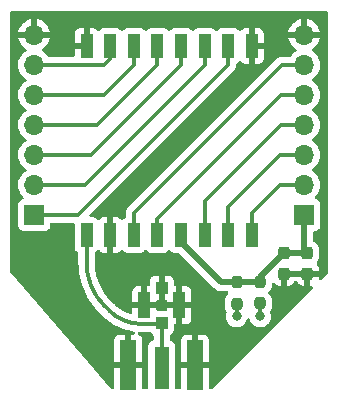
<source format=gtl>
G04 #@! TF.GenerationSoftware,KiCad,Pcbnew,6.0.7+dfsg-1build1*
G04 #@! TF.CreationDate,2022-12-04T12:17:57+01:00*
G04 #@! TF.ProjectId,rfm9xw,72666d39-7877-42e6-9b69-6361645f7063,1*
G04 #@! TF.SameCoordinates,Original*
G04 #@! TF.FileFunction,Copper,L1,Top*
G04 #@! TF.FilePolarity,Positive*
%FSLAX46Y46*%
G04 Gerber Fmt 4.6, Leading zero omitted, Abs format (unit mm)*
G04 Created by KiCad (PCBNEW 6.0.7+dfsg-1build1) date 2022-12-04 12:17:57*
%MOMM*%
%LPD*%
G01*
G04 APERTURE LIST*
G04 Aperture macros list*
%AMRoundRect*
0 Rectangle with rounded corners*
0 $1 Rounding radius*
0 $2 $3 $4 $5 $6 $7 $8 $9 X,Y pos of 4 corners*
0 Add a 4 corners polygon primitive as box body*
4,1,4,$2,$3,$4,$5,$6,$7,$8,$9,$2,$3,0*
0 Add four circle primitives for the rounded corners*
1,1,$1+$1,$2,$3*
1,1,$1+$1,$4,$5*
1,1,$1+$1,$6,$7*
1,1,$1+$1,$8,$9*
0 Add four rect primitives between the rounded corners*
20,1,$1+$1,$2,$3,$4,$5,0*
20,1,$1+$1,$4,$5,$6,$7,0*
20,1,$1+$1,$6,$7,$8,$9,0*
20,1,$1+$1,$8,$9,$2,$3,0*%
G04 Aperture macros list end*
G04 #@! TA.AperFunction,SMDPad,CuDef*
%ADD10RoundRect,0.237500X-0.237500X0.300000X-0.237500X-0.300000X0.237500X-0.300000X0.237500X0.300000X0*%
G04 #@! TD*
G04 #@! TA.AperFunction,SMDPad,CuDef*
%ADD11R,1.270000X3.600000*%
G04 #@! TD*
G04 #@! TA.AperFunction,SMDPad,CuDef*
%ADD12R,1.350000X4.200000*%
G04 #@! TD*
G04 #@! TA.AperFunction,SMDPad,CuDef*
%ADD13R,1.000000X2.000000*%
G04 #@! TD*
G04 #@! TA.AperFunction,SMDPad,CuDef*
%ADD14RoundRect,0.237500X-0.237500X0.250000X-0.237500X-0.250000X0.237500X-0.250000X0.237500X0.250000X0*%
G04 #@! TD*
G04 #@! TA.AperFunction,SMDPad,CuDef*
%ADD15R,1.000000X1.000000*%
G04 #@! TD*
G04 #@! TA.AperFunction,SMDPad,CuDef*
%ADD16R,1.050000X2.200000*%
G04 #@! TD*
G04 #@! TA.AperFunction,ComponentPad*
%ADD17R,1.700000X1.700000*%
G04 #@! TD*
G04 #@! TA.AperFunction,ComponentPad*
%ADD18O,1.700000X1.700000*%
G04 #@! TD*
G04 #@! TA.AperFunction,ViaPad*
%ADD19C,0.800000*%
G04 #@! TD*
G04 #@! TA.AperFunction,Conductor*
%ADD20C,0.300000*%
G04 #@! TD*
G04 #@! TA.AperFunction,Conductor*
%ADD21C,0.500000*%
G04 #@! TD*
G04 #@! TA.AperFunction,Conductor*
%ADD22C,0.360000*%
G04 #@! TD*
G04 APERTURE END LIST*
D10*
X112710000Y-66552500D03*
X112710000Y-68277500D03*
D11*
X100365000Y-76250000D03*
D12*
X97540000Y-76050000D03*
X103190000Y-76050000D03*
D13*
X108000000Y-49000000D03*
X106000000Y-49000000D03*
X104000000Y-49000000D03*
X102000000Y-49000000D03*
X100000000Y-49000000D03*
X98000000Y-49000000D03*
X96000000Y-49000000D03*
X94000000Y-49000000D03*
X94000000Y-65000000D03*
X96000000Y-65000000D03*
X98000000Y-65000000D03*
X100000000Y-65000000D03*
X102000000Y-65000000D03*
X104000000Y-65000000D03*
X106000000Y-65000000D03*
X108000000Y-65000000D03*
D14*
X108710000Y-68985000D03*
X108710000Y-70810000D03*
D10*
X110710000Y-66552500D03*
X110710000Y-68277500D03*
D14*
X106710000Y-69002500D03*
X106710000Y-70827500D03*
D15*
X100365000Y-72470000D03*
D16*
X98890000Y-70970000D03*
D15*
X100365000Y-69470000D03*
D16*
X101840000Y-70970000D03*
D17*
X112430000Y-63315000D03*
D18*
X112430000Y-60775000D03*
X112430000Y-58235000D03*
X112430000Y-55695000D03*
X112430000Y-53155000D03*
X112430000Y-50615000D03*
X112430000Y-48075000D03*
D17*
X89570000Y-63315000D03*
D18*
X89570000Y-60775000D03*
X89570000Y-58235000D03*
X89570000Y-55695000D03*
X89570000Y-53155000D03*
X89570000Y-50615000D03*
X89570000Y-48075000D03*
D19*
X95920000Y-68455000D03*
X88300000Y-65915000D03*
X90840000Y-65915000D03*
X95920000Y-73535000D03*
X97190000Y-69725000D03*
X95210000Y-62915000D03*
X104810000Y-73535000D03*
X106710000Y-71915000D03*
X108710000Y-71915000D03*
D20*
X93310000Y-63315000D02*
X89570000Y-63315000D01*
X106000000Y-50625000D02*
X93310000Y-63315000D01*
X106000000Y-49000000D02*
X106000000Y-50625000D01*
X104000000Y-49000000D02*
X104000000Y-50625000D01*
X93850000Y-60775000D02*
X89570000Y-60775000D01*
X104000000Y-50625000D02*
X93850000Y-60775000D01*
X102000000Y-49000000D02*
X102000000Y-50625000D01*
X102000000Y-50625000D02*
X94390000Y-58235000D01*
X94390000Y-58235000D02*
X89570000Y-58235000D01*
X94930000Y-55695000D02*
X89570000Y-55695000D01*
X106710000Y-70827500D02*
X106710000Y-71915000D01*
X100000000Y-49000000D02*
X100000000Y-50625000D01*
X100000000Y-50625000D02*
X94930000Y-55695000D01*
X108710000Y-70810000D02*
X108710000Y-71915000D01*
X95470000Y-53155000D02*
X89570000Y-53155000D01*
X98000000Y-50625000D02*
X95470000Y-53155000D01*
X98000000Y-49000000D02*
X98000000Y-50625000D01*
X95510000Y-50615000D02*
X89570000Y-50615000D01*
X96000000Y-50125000D02*
X95510000Y-50615000D01*
X96000000Y-49000000D02*
X96000000Y-50125000D01*
X112430000Y-60775000D02*
X110350000Y-60775000D01*
X108000000Y-63125000D02*
X108000000Y-65000000D01*
X110350000Y-60775000D02*
X108000000Y-63125000D01*
X110390000Y-58235000D02*
X106000000Y-62625000D01*
X106000000Y-62625000D02*
X106000000Y-65000000D01*
X112430000Y-58235000D02*
X110390000Y-58235000D01*
X112430000Y-55695000D02*
X110430000Y-55695000D01*
X104000000Y-62125000D02*
X104000000Y-65000000D01*
X110430000Y-55695000D02*
X104000000Y-62125000D01*
D21*
X112430000Y-66272500D02*
X112710000Y-66552500D01*
X110710000Y-66552500D02*
X108710000Y-68552500D01*
X112430000Y-63315000D02*
X112430000Y-66272500D01*
X106710000Y-69002500D02*
X105402500Y-69002500D01*
X102000000Y-65600000D02*
X102000000Y-65000000D01*
X105402500Y-69002500D02*
X102000000Y-65600000D01*
X108710000Y-68985000D02*
X106727500Y-68985000D01*
X110710000Y-66552500D02*
X112710000Y-66552500D01*
X106727500Y-68985000D02*
X106710000Y-69002500D01*
X108710000Y-68552500D02*
X108710000Y-68985000D01*
D20*
X110470000Y-53155000D02*
X100000000Y-63625000D01*
X100000000Y-63625000D02*
X100000000Y-65000000D01*
X112430000Y-53155000D02*
X110470000Y-53155000D01*
X112430000Y-50615000D02*
X110510000Y-50615000D01*
X98000000Y-63125000D02*
X98000000Y-65000000D01*
X110510000Y-50615000D02*
X98000000Y-63125000D01*
D22*
X100365000Y-72526568D02*
X100365000Y-76250000D01*
X94000000Y-67343324D02*
X94000000Y-65000000D01*
X95906254Y-71406254D02*
X95525000Y-71025000D01*
X98667500Y-72550000D02*
X100228431Y-72550000D01*
X100325054Y-72510054D02*
G75*
G02*
X100365000Y-72526568I16546J-16546D01*
G01*
X100228431Y-72550013D02*
G75*
G03*
X100325000Y-72510000I-31J136613D01*
G01*
X98667500Y-72549997D02*
G75*
G02*
X95906254Y-71406254I0J3904997D01*
G01*
X95525007Y-71024993D02*
G75*
G02*
X94000000Y-67343324I3681693J3681693D01*
G01*
G04 #@! TA.AperFunction,Conductor*
G36*
X114403621Y-46098502D02*
G01*
X114450114Y-46152158D01*
X114461500Y-46204500D01*
X114461500Y-68167183D01*
X114441498Y-68235304D01*
X114424595Y-68256278D01*
X113902363Y-68778510D01*
X113840051Y-68812536D01*
X113769236Y-68807471D01*
X113712400Y-68764924D01*
X113687589Y-68698404D01*
X113687924Y-68676572D01*
X113692672Y-68630230D01*
X113693000Y-68623815D01*
X113693000Y-68549615D01*
X113688525Y-68534376D01*
X113687135Y-68533171D01*
X113679452Y-68531500D01*
X112982115Y-68531500D01*
X112966876Y-68535975D01*
X112965671Y-68537365D01*
X112964000Y-68545048D01*
X112964000Y-69304885D01*
X112968475Y-69320124D01*
X112969865Y-69321329D01*
X112977548Y-69323000D01*
X112993766Y-69323000D01*
X113000282Y-69322663D01*
X113046483Y-69317869D01*
X113116304Y-69330734D01*
X113168087Y-69379304D01*
X113185389Y-69448160D01*
X113162719Y-69515440D01*
X113148582Y-69532291D01*
X104636278Y-78044595D01*
X104573966Y-78078621D01*
X104547183Y-78081500D01*
X104499000Y-78081500D01*
X104430879Y-78061498D01*
X104384386Y-78007842D01*
X104373000Y-77955500D01*
X104373000Y-76322115D01*
X104368525Y-76306876D01*
X104367135Y-76305671D01*
X104359452Y-76304000D01*
X102025116Y-76304000D01*
X102009877Y-76308475D01*
X102008672Y-76309865D01*
X102007001Y-76317548D01*
X102007001Y-77955500D01*
X101986999Y-78023621D01*
X101933343Y-78070114D01*
X101881001Y-78081500D01*
X101634500Y-78081500D01*
X101566379Y-78061498D01*
X101519886Y-78007842D01*
X101508500Y-77955500D01*
X101508500Y-75777885D01*
X102007000Y-75777885D01*
X102011475Y-75793124D01*
X102012865Y-75794329D01*
X102020548Y-75796000D01*
X102917885Y-75796000D01*
X102933124Y-75791525D01*
X102934329Y-75790135D01*
X102936000Y-75782452D01*
X102936000Y-75777885D01*
X103444000Y-75777885D01*
X103448475Y-75793124D01*
X103449865Y-75794329D01*
X103457548Y-75796000D01*
X104354884Y-75796000D01*
X104370123Y-75791525D01*
X104371328Y-75790135D01*
X104372999Y-75782452D01*
X104372999Y-73905331D01*
X104372629Y-73898510D01*
X104367105Y-73847648D01*
X104363479Y-73832396D01*
X104318324Y-73711946D01*
X104309786Y-73696351D01*
X104233285Y-73594276D01*
X104220724Y-73581715D01*
X104118649Y-73505214D01*
X104103054Y-73496676D01*
X103982606Y-73451522D01*
X103967351Y-73447895D01*
X103916486Y-73442369D01*
X103909672Y-73442000D01*
X103462115Y-73442000D01*
X103446876Y-73446475D01*
X103445671Y-73447865D01*
X103444000Y-73455548D01*
X103444000Y-75777885D01*
X102936000Y-75777885D01*
X102936000Y-73460116D01*
X102931525Y-73444877D01*
X102930135Y-73443672D01*
X102922452Y-73442001D01*
X102470331Y-73442001D01*
X102463510Y-73442371D01*
X102412648Y-73447895D01*
X102397396Y-73451521D01*
X102276946Y-73496676D01*
X102261351Y-73505214D01*
X102159276Y-73581715D01*
X102146715Y-73594276D01*
X102070214Y-73696351D01*
X102061676Y-73711946D01*
X102016522Y-73832394D01*
X102012895Y-73847649D01*
X102007369Y-73898514D01*
X102007000Y-73905328D01*
X102007000Y-75777885D01*
X101508500Y-75777885D01*
X101508500Y-74401866D01*
X101501745Y-74339684D01*
X101450615Y-74203295D01*
X101363261Y-74086739D01*
X101246705Y-73999385D01*
X101238296Y-73996233D01*
X101238295Y-73996232D01*
X101135271Y-73957610D01*
X101078506Y-73914969D01*
X101053806Y-73848407D01*
X101053500Y-73839628D01*
X101053500Y-73525695D01*
X101073502Y-73457574D01*
X101112301Y-73421410D01*
X101111705Y-73420615D01*
X101125554Y-73410236D01*
X101228261Y-73333261D01*
X101315615Y-73216705D01*
X101366745Y-73080316D01*
X101373500Y-73018134D01*
X101373500Y-72704000D01*
X101393502Y-72635879D01*
X101447158Y-72589386D01*
X101499500Y-72578000D01*
X101567885Y-72578000D01*
X101583124Y-72573525D01*
X101584329Y-72572135D01*
X101586000Y-72564452D01*
X101586000Y-72559884D01*
X102094000Y-72559884D01*
X102098475Y-72575123D01*
X102099865Y-72576328D01*
X102107548Y-72577999D01*
X102409669Y-72577999D01*
X102416490Y-72577629D01*
X102467352Y-72572105D01*
X102482604Y-72568479D01*
X102603054Y-72523324D01*
X102618649Y-72514786D01*
X102720724Y-72438285D01*
X102733285Y-72425724D01*
X102809786Y-72323649D01*
X102818324Y-72308054D01*
X102863478Y-72187606D01*
X102867105Y-72172351D01*
X102872631Y-72121486D01*
X102873000Y-72114672D01*
X102873000Y-71242115D01*
X102868525Y-71226876D01*
X102867135Y-71225671D01*
X102859452Y-71224000D01*
X102112115Y-71224000D01*
X102096876Y-71228475D01*
X102095671Y-71229865D01*
X102094000Y-71237548D01*
X102094000Y-72559884D01*
X101586000Y-72559884D01*
X101586000Y-71242115D01*
X101581525Y-71226876D01*
X101580135Y-71225671D01*
X101572452Y-71224000D01*
X100825115Y-71224000D01*
X100809876Y-71228475D01*
X100808671Y-71229865D01*
X100807000Y-71237548D01*
X100807000Y-71335500D01*
X100786998Y-71403621D01*
X100733342Y-71450114D01*
X100681000Y-71461500D01*
X100048999Y-71461500D01*
X99980878Y-71441498D01*
X99934385Y-71387842D01*
X99922999Y-71335500D01*
X99922999Y-71242116D01*
X99918524Y-71226876D01*
X99917134Y-71225671D01*
X99909451Y-71224000D01*
X97875116Y-71224000D01*
X97859877Y-71228475D01*
X97858672Y-71229865D01*
X97857001Y-71237548D01*
X97857001Y-71588171D01*
X97836999Y-71656292D01*
X97783343Y-71702785D01*
X97713069Y-71712889D01*
X97688555Y-71706806D01*
X97547375Y-71656292D01*
X97442430Y-71618742D01*
X97431006Y-71614010D01*
X97267581Y-71536716D01*
X97156846Y-71484342D01*
X97145945Y-71478515D01*
X97128828Y-71468255D01*
X96962595Y-71368619D01*
X96885819Y-71322601D01*
X96875538Y-71315731D01*
X96631951Y-71135075D01*
X96622393Y-71127231D01*
X96426041Y-70949270D01*
X96410693Y-70932612D01*
X96401781Y-70920997D01*
X96395857Y-70916251D01*
X96395854Y-70916248D01*
X96371493Y-70896732D01*
X96361178Y-70887492D01*
X96171571Y-70697885D01*
X97857000Y-70697885D01*
X97861475Y-70713124D01*
X97862865Y-70714329D01*
X97870548Y-70716000D01*
X98617885Y-70716000D01*
X98633124Y-70711525D01*
X98634329Y-70710135D01*
X98636000Y-70702452D01*
X98636000Y-70697885D01*
X99144000Y-70697885D01*
X99148475Y-70713124D01*
X99149865Y-70714329D01*
X99157548Y-70716000D01*
X99904884Y-70716000D01*
X99920123Y-70711525D01*
X99921328Y-70710135D01*
X99922999Y-70702452D01*
X99922999Y-70604000D01*
X99943001Y-70535879D01*
X99996657Y-70489386D01*
X100048999Y-70478000D01*
X100092885Y-70478000D01*
X100108124Y-70473525D01*
X100109329Y-70472135D01*
X100111000Y-70464452D01*
X100111000Y-70459884D01*
X100619000Y-70459884D01*
X100623475Y-70475123D01*
X100624865Y-70476328D01*
X100632548Y-70477999D01*
X100681000Y-70477999D01*
X100749121Y-70498001D01*
X100795614Y-70551657D01*
X100807000Y-70603999D01*
X100807000Y-70697885D01*
X100811475Y-70713124D01*
X100812865Y-70714329D01*
X100820548Y-70716000D01*
X101567885Y-70716000D01*
X101583124Y-70711525D01*
X101584329Y-70710135D01*
X101586000Y-70702452D01*
X101586000Y-70697885D01*
X102094000Y-70697885D01*
X102098475Y-70713124D01*
X102099865Y-70714329D01*
X102107548Y-70716000D01*
X102854884Y-70716000D01*
X102870123Y-70711525D01*
X102871328Y-70710135D01*
X102872999Y-70702452D01*
X102872999Y-69825331D01*
X102872629Y-69818510D01*
X102867105Y-69767648D01*
X102863479Y-69752396D01*
X102818324Y-69631946D01*
X102809786Y-69616351D01*
X102733285Y-69514276D01*
X102720724Y-69501715D01*
X102618649Y-69425214D01*
X102603054Y-69416676D01*
X102482606Y-69371522D01*
X102467351Y-69367895D01*
X102416486Y-69362369D01*
X102409672Y-69362000D01*
X102112115Y-69362000D01*
X102096876Y-69366475D01*
X102095671Y-69367865D01*
X102094000Y-69375548D01*
X102094000Y-70697885D01*
X101586000Y-70697885D01*
X101586000Y-69380116D01*
X101581525Y-69364877D01*
X101580135Y-69363672D01*
X101572452Y-69362001D01*
X101498999Y-69362001D01*
X101430878Y-69341999D01*
X101384385Y-69288343D01*
X101372999Y-69236001D01*
X101372999Y-68925331D01*
X101372629Y-68918510D01*
X101367105Y-68867648D01*
X101363479Y-68852396D01*
X101318324Y-68731946D01*
X101309786Y-68716351D01*
X101233285Y-68614276D01*
X101220724Y-68601715D01*
X101118649Y-68525214D01*
X101103054Y-68516676D01*
X100982606Y-68471522D01*
X100967351Y-68467895D01*
X100916486Y-68462369D01*
X100909672Y-68462000D01*
X100637115Y-68462000D01*
X100621876Y-68466475D01*
X100620671Y-68467865D01*
X100619000Y-68475548D01*
X100619000Y-70459884D01*
X100111000Y-70459884D01*
X100111000Y-68480116D01*
X100106525Y-68464877D01*
X100105135Y-68463672D01*
X100097452Y-68462001D01*
X99820331Y-68462001D01*
X99813510Y-68462371D01*
X99762648Y-68467895D01*
X99747396Y-68471521D01*
X99626946Y-68516676D01*
X99611351Y-68525214D01*
X99509276Y-68601715D01*
X99496715Y-68614276D01*
X99420214Y-68716351D01*
X99411676Y-68731946D01*
X99366522Y-68852394D01*
X99362895Y-68867649D01*
X99357369Y-68918514D01*
X99357000Y-68925328D01*
X99357000Y-69236000D01*
X99336998Y-69304121D01*
X99283342Y-69350614D01*
X99231000Y-69362000D01*
X99162115Y-69362000D01*
X99146876Y-69366475D01*
X99145671Y-69367865D01*
X99144000Y-69375548D01*
X99144000Y-70697885D01*
X98636000Y-70697885D01*
X98636000Y-69380116D01*
X98631525Y-69364877D01*
X98630135Y-69363672D01*
X98622452Y-69362001D01*
X98320331Y-69362001D01*
X98313510Y-69362371D01*
X98262648Y-69367895D01*
X98247396Y-69371521D01*
X98126946Y-69416676D01*
X98111351Y-69425214D01*
X98009276Y-69501715D01*
X97996715Y-69514276D01*
X97920214Y-69616351D01*
X97911676Y-69631946D01*
X97866522Y-69752394D01*
X97862895Y-69767649D01*
X97857369Y-69818514D01*
X97857000Y-69825328D01*
X97857000Y-70697885D01*
X96171571Y-70697885D01*
X96049781Y-70576095D01*
X96038913Y-70563704D01*
X96025150Y-70545767D01*
X96025148Y-70545765D01*
X96020528Y-70539744D01*
X96009101Y-70530589D01*
X96000946Y-70524055D01*
X95986831Y-70510847D01*
X95956732Y-70478000D01*
X95749268Y-70251592D01*
X95742214Y-70243186D01*
X95716866Y-70210151D01*
X95545204Y-69986437D01*
X95508955Y-69939196D01*
X95502651Y-69930192D01*
X95296781Y-69607043D01*
X95291291Y-69597534D01*
X95114358Y-69257650D01*
X95109721Y-69247706D01*
X95104873Y-69236000D01*
X94963085Y-68893696D01*
X94959329Y-68883375D01*
X94957141Y-68876433D01*
X94872010Y-68606435D01*
X94844113Y-68517958D01*
X94841268Y-68507341D01*
X94766272Y-68169066D01*
X94758334Y-68133262D01*
X94756426Y-68122441D01*
X94751833Y-68087550D01*
X94706413Y-67742559D01*
X94705455Y-67731610D01*
X94690469Y-67388418D01*
X94691427Y-67366474D01*
X94692528Y-67358115D01*
X94692528Y-67358111D01*
X94693519Y-67350584D01*
X94689261Y-67312018D01*
X94688500Y-67298191D01*
X94688500Y-66555695D01*
X94708502Y-66487574D01*
X94747301Y-66451410D01*
X94746705Y-66450615D01*
X94856081Y-66368642D01*
X94863261Y-66363261D01*
X94899487Y-66314925D01*
X94956345Y-66272411D01*
X95027164Y-66267385D01*
X95089457Y-66301445D01*
X95101138Y-66314925D01*
X95131717Y-66355726D01*
X95144276Y-66368285D01*
X95246351Y-66444786D01*
X95261946Y-66453324D01*
X95382394Y-66498478D01*
X95397649Y-66502105D01*
X95448514Y-66507631D01*
X95455328Y-66508000D01*
X95727885Y-66508000D01*
X95743124Y-66503525D01*
X95744329Y-66502135D01*
X95746000Y-66494452D01*
X95746000Y-66489884D01*
X96254000Y-66489884D01*
X96258475Y-66505123D01*
X96259865Y-66506328D01*
X96267548Y-66507999D01*
X96544669Y-66507999D01*
X96551490Y-66507629D01*
X96602352Y-66502105D01*
X96617604Y-66498479D01*
X96738054Y-66453324D01*
X96753649Y-66444786D01*
X96855724Y-66368285D01*
X96868283Y-66355726D01*
X96898862Y-66314925D01*
X96955722Y-66272411D01*
X97026540Y-66267386D01*
X97088834Y-66301446D01*
X97100513Y-66314925D01*
X97136739Y-66363261D01*
X97253295Y-66450615D01*
X97389684Y-66501745D01*
X97451866Y-66508500D01*
X98548134Y-66508500D01*
X98610316Y-66501745D01*
X98746705Y-66450615D01*
X98863261Y-66363261D01*
X98899176Y-66315340D01*
X98956033Y-66272827D01*
X99026851Y-66267801D01*
X99089145Y-66301861D01*
X99100817Y-66315330D01*
X99136739Y-66363261D01*
X99253295Y-66450615D01*
X99389684Y-66501745D01*
X99451866Y-66508500D01*
X100548134Y-66508500D01*
X100610316Y-66501745D01*
X100746705Y-66450615D01*
X100863261Y-66363261D01*
X100899176Y-66315340D01*
X100956033Y-66272827D01*
X101026851Y-66267801D01*
X101089145Y-66301861D01*
X101100817Y-66315330D01*
X101136739Y-66363261D01*
X101253295Y-66450615D01*
X101389684Y-66501745D01*
X101451866Y-66508500D01*
X101783629Y-66508500D01*
X101851750Y-66528502D01*
X101872724Y-66545405D01*
X104818730Y-69491411D01*
X104831116Y-69505823D01*
X104839649Y-69517418D01*
X104839654Y-69517423D01*
X104843992Y-69523318D01*
X104849570Y-69528057D01*
X104849573Y-69528060D01*
X104884268Y-69557535D01*
X104891784Y-69564465D01*
X104897480Y-69570161D01*
X104900341Y-69572424D01*
X104900346Y-69572429D01*
X104919756Y-69587785D01*
X104923158Y-69590574D01*
X104971856Y-69631946D01*
X104978785Y-69637833D01*
X104985302Y-69641161D01*
X104990350Y-69644527D01*
X104995472Y-69647690D01*
X105001216Y-69652235D01*
X105067395Y-69683164D01*
X105071279Y-69685063D01*
X105136308Y-69718269D01*
X105143423Y-69720010D01*
X105149078Y-69722113D01*
X105154817Y-69724022D01*
X105161450Y-69727122D01*
X105232935Y-69741991D01*
X105237201Y-69742957D01*
X105308110Y-69760308D01*
X105313712Y-69760656D01*
X105313715Y-69760656D01*
X105319264Y-69761000D01*
X105319262Y-69761035D01*
X105323234Y-69761275D01*
X105327455Y-69761652D01*
X105334615Y-69763141D01*
X105412042Y-69761046D01*
X105415450Y-69761000D01*
X105873800Y-69761000D01*
X105941921Y-69781002D01*
X105962819Y-69797828D01*
X105990787Y-69825748D01*
X106024865Y-69888031D01*
X106019861Y-69958851D01*
X105990941Y-70003937D01*
X105888246Y-70106812D01*
X105888242Y-70106817D01*
X105883071Y-70111997D01*
X105879231Y-70118227D01*
X105879230Y-70118228D01*
X105799518Y-70247545D01*
X105791791Y-70260080D01*
X105737026Y-70425191D01*
X105736326Y-70432027D01*
X105736325Y-70432030D01*
X105731615Y-70478000D01*
X105726500Y-70527928D01*
X105726500Y-71127072D01*
X105726837Y-71130318D01*
X105726837Y-71130322D01*
X105734890Y-71207932D01*
X105737293Y-71231093D01*
X105739474Y-71237629D01*
X105739474Y-71237631D01*
X105759908Y-71298879D01*
X105792346Y-71396107D01*
X105796195Y-71402328D01*
X105796197Y-71402331D01*
X105847502Y-71485240D01*
X105866339Y-71553692D01*
X105860190Y-71590478D01*
X105851684Y-71616657D01*
X105816458Y-71725072D01*
X105815768Y-71731633D01*
X105815768Y-71731635D01*
X105802439Y-71858459D01*
X105796496Y-71915000D01*
X105797186Y-71921565D01*
X105812993Y-72071956D01*
X105816458Y-72104928D01*
X105875473Y-72286556D01*
X105970960Y-72451944D01*
X105975378Y-72456851D01*
X105975379Y-72456852D01*
X106075888Y-72568479D01*
X106098747Y-72593866D01*
X106253248Y-72706118D01*
X106259276Y-72708802D01*
X106259278Y-72708803D01*
X106421681Y-72781109D01*
X106427712Y-72783794D01*
X106521113Y-72803647D01*
X106608056Y-72822128D01*
X106608061Y-72822128D01*
X106614513Y-72823500D01*
X106805487Y-72823500D01*
X106811939Y-72822128D01*
X106811944Y-72822128D01*
X106898887Y-72803647D01*
X106992288Y-72783794D01*
X106998319Y-72781109D01*
X107160722Y-72708803D01*
X107160724Y-72708802D01*
X107166752Y-72706118D01*
X107321253Y-72593866D01*
X107344112Y-72568479D01*
X107444621Y-72456852D01*
X107444622Y-72456851D01*
X107449040Y-72451944D01*
X107544527Y-72286556D01*
X107590167Y-72146090D01*
X107630241Y-72087486D01*
X107695637Y-72059849D01*
X107765594Y-72071956D01*
X107817900Y-72119962D01*
X107829832Y-72146089D01*
X107875473Y-72286556D01*
X107970960Y-72451944D01*
X107975378Y-72456851D01*
X107975379Y-72456852D01*
X108075888Y-72568479D01*
X108098747Y-72593866D01*
X108253248Y-72706118D01*
X108259276Y-72708802D01*
X108259278Y-72708803D01*
X108421681Y-72781109D01*
X108427712Y-72783794D01*
X108521113Y-72803647D01*
X108608056Y-72822128D01*
X108608061Y-72822128D01*
X108614513Y-72823500D01*
X108805487Y-72823500D01*
X108811939Y-72822128D01*
X108811944Y-72822128D01*
X108898887Y-72803647D01*
X108992288Y-72783794D01*
X108998319Y-72781109D01*
X109160722Y-72708803D01*
X109160724Y-72708802D01*
X109166752Y-72706118D01*
X109321253Y-72593866D01*
X109344112Y-72568479D01*
X109444621Y-72456852D01*
X109444622Y-72456851D01*
X109449040Y-72451944D01*
X109544527Y-72286556D01*
X109603542Y-72104928D01*
X109607008Y-72071956D01*
X109622814Y-71921565D01*
X109623504Y-71915000D01*
X109617561Y-71858459D01*
X109604232Y-71731635D01*
X109604232Y-71731633D01*
X109603542Y-71725072D01*
X109556099Y-71579059D01*
X109554071Y-71508092D01*
X109568672Y-71474007D01*
X109624369Y-71383650D01*
X109624370Y-71383648D01*
X109628209Y-71377420D01*
X109682974Y-71212309D01*
X109683769Y-71204555D01*
X109691707Y-71127072D01*
X109693500Y-71109572D01*
X109693500Y-70510428D01*
X109691317Y-70489386D01*
X109683419Y-70413265D01*
X109683418Y-70413261D01*
X109682707Y-70406407D01*
X109627654Y-70241393D01*
X109536116Y-70093469D01*
X109530934Y-70088296D01*
X109429214Y-69986753D01*
X109395135Y-69924470D01*
X109400138Y-69853650D01*
X109429059Y-69808563D01*
X109531754Y-69705688D01*
X109531758Y-69705683D01*
X109536929Y-69700503D01*
X109547624Y-69683153D01*
X109624369Y-69558650D01*
X109624370Y-69558648D01*
X109628209Y-69552420D01*
X109682974Y-69387309D01*
X109684592Y-69371522D01*
X109690021Y-69318525D01*
X109693500Y-69284572D01*
X109693500Y-69157088D01*
X109713502Y-69088967D01*
X109767158Y-69042474D01*
X109837432Y-69032370D01*
X109902012Y-69061864D01*
X109908518Y-69067915D01*
X110002129Y-69161363D01*
X110013540Y-69170375D01*
X110149063Y-69253912D01*
X110162241Y-69260056D01*
X110313766Y-69310315D01*
X110327132Y-69313181D01*
X110419770Y-69322672D01*
X110426185Y-69323000D01*
X110437885Y-69323000D01*
X110453124Y-69318525D01*
X110454329Y-69317135D01*
X110456000Y-69309452D01*
X110456000Y-69304885D01*
X110964000Y-69304885D01*
X110968475Y-69320124D01*
X110969865Y-69321329D01*
X110977548Y-69323000D01*
X110993766Y-69323000D01*
X111000282Y-69322663D01*
X111094132Y-69312925D01*
X111107528Y-69310032D01*
X111258953Y-69259512D01*
X111272115Y-69253347D01*
X111407492Y-69169574D01*
X111418890Y-69160540D01*
X111531363Y-69047871D01*
X111540377Y-69036457D01*
X111602699Y-68935351D01*
X111655470Y-68887857D01*
X111725542Y-68876433D01*
X111790666Y-68904707D01*
X111817103Y-68935163D01*
X111880425Y-69037490D01*
X111889460Y-69048890D01*
X112002129Y-69161363D01*
X112013540Y-69170375D01*
X112149063Y-69253912D01*
X112162241Y-69260056D01*
X112313766Y-69310315D01*
X112327132Y-69313181D01*
X112419770Y-69322672D01*
X112426185Y-69323000D01*
X112437885Y-69323000D01*
X112453124Y-69318525D01*
X112454329Y-69317135D01*
X112456000Y-69309452D01*
X112456000Y-68549615D01*
X112451525Y-68534376D01*
X112450135Y-68533171D01*
X112442452Y-68531500D01*
X111727000Y-68531500D01*
X111727000Y-68531395D01*
X111685746Y-68532869D01*
X111679453Y-68531500D01*
X110982115Y-68531500D01*
X110966876Y-68535975D01*
X110965671Y-68537365D01*
X110964000Y-68545048D01*
X110964000Y-69304885D01*
X110456000Y-69304885D01*
X110456000Y-68149500D01*
X110476002Y-68081379D01*
X110529658Y-68034886D01*
X110582000Y-68023500D01*
X111693000Y-68023500D01*
X111693000Y-68023605D01*
X111734254Y-68022131D01*
X111740547Y-68023500D01*
X113674885Y-68023500D01*
X113690124Y-68019025D01*
X113691329Y-68017635D01*
X113693000Y-68009952D01*
X113693000Y-67931234D01*
X113692663Y-67924718D01*
X113682925Y-67830868D01*
X113680032Y-67817472D01*
X113629512Y-67666047D01*
X113623347Y-67652885D01*
X113539574Y-67517508D01*
X113530536Y-67506106D01*
X113528861Y-67504433D01*
X113528081Y-67503007D01*
X113525993Y-67500373D01*
X113526444Y-67500016D01*
X113494781Y-67442151D01*
X113499784Y-67371331D01*
X113528701Y-67326246D01*
X113531756Y-67323185D01*
X113536929Y-67318003D01*
X113628209Y-67169920D01*
X113682974Y-67004809D01*
X113693500Y-66902072D01*
X113693500Y-66202928D01*
X113693163Y-66199678D01*
X113683419Y-66105765D01*
X113683418Y-66105761D01*
X113682707Y-66098907D01*
X113627654Y-65933893D01*
X113536116Y-65785969D01*
X113492089Y-65742019D01*
X113418184Y-65668242D01*
X113418179Y-65668238D01*
X113413003Y-65663071D01*
X113264920Y-65571791D01*
X113260446Y-65570307D01*
X113207965Y-65524097D01*
X113188500Y-65456820D01*
X113188500Y-64799500D01*
X113208502Y-64731379D01*
X113262158Y-64684886D01*
X113314500Y-64673500D01*
X113328134Y-64673500D01*
X113390316Y-64666745D01*
X113526705Y-64615615D01*
X113643261Y-64528261D01*
X113730615Y-64411705D01*
X113781745Y-64275316D01*
X113788500Y-64213134D01*
X113788500Y-62416866D01*
X113781745Y-62354684D01*
X113730615Y-62218295D01*
X113643261Y-62101739D01*
X113526705Y-62014385D01*
X113480520Y-61997071D01*
X113408203Y-61969960D01*
X113351439Y-61927318D01*
X113326739Y-61860756D01*
X113341947Y-61791408D01*
X113363493Y-61762727D01*
X113384474Y-61741819D01*
X113468096Y-61658489D01*
X113527594Y-61575689D01*
X113595435Y-61481277D01*
X113598453Y-61477077D01*
X113601751Y-61470405D01*
X113695136Y-61281453D01*
X113695137Y-61281451D01*
X113697430Y-61276811D01*
X113762370Y-61063069D01*
X113791529Y-60841590D01*
X113793156Y-60775000D01*
X113774852Y-60552361D01*
X113720431Y-60335702D01*
X113631354Y-60130840D01*
X113510014Y-59943277D01*
X113359670Y-59778051D01*
X113355619Y-59774852D01*
X113355615Y-59774848D01*
X113188414Y-59642800D01*
X113188410Y-59642798D01*
X113184359Y-59639598D01*
X113143053Y-59616796D01*
X113093084Y-59566364D01*
X113078312Y-59496921D01*
X113103428Y-59430516D01*
X113130780Y-59403909D01*
X113174603Y-59372650D01*
X113309860Y-59276173D01*
X113468096Y-59118489D01*
X113527594Y-59035689D01*
X113595435Y-58941277D01*
X113598453Y-58937077D01*
X113601751Y-58930405D01*
X113695136Y-58741453D01*
X113695137Y-58741451D01*
X113697430Y-58736811D01*
X113762370Y-58523069D01*
X113791529Y-58301590D01*
X113793156Y-58235000D01*
X113774852Y-58012361D01*
X113720431Y-57795702D01*
X113631354Y-57590840D01*
X113510014Y-57403277D01*
X113359670Y-57238051D01*
X113355619Y-57234852D01*
X113355615Y-57234848D01*
X113188414Y-57102800D01*
X113188410Y-57102798D01*
X113184359Y-57099598D01*
X113143053Y-57076796D01*
X113093084Y-57026364D01*
X113078312Y-56956921D01*
X113103428Y-56890516D01*
X113130780Y-56863909D01*
X113174603Y-56832650D01*
X113309860Y-56736173D01*
X113468096Y-56578489D01*
X113527594Y-56495689D01*
X113595435Y-56401277D01*
X113598453Y-56397077D01*
X113601751Y-56390405D01*
X113695136Y-56201453D01*
X113695137Y-56201451D01*
X113697430Y-56196811D01*
X113762370Y-55983069D01*
X113791529Y-55761590D01*
X113793156Y-55695000D01*
X113774852Y-55472361D01*
X113720431Y-55255702D01*
X113631354Y-55050840D01*
X113510014Y-54863277D01*
X113359670Y-54698051D01*
X113355619Y-54694852D01*
X113355615Y-54694848D01*
X113188414Y-54562800D01*
X113188410Y-54562798D01*
X113184359Y-54559598D01*
X113143053Y-54536796D01*
X113093084Y-54486364D01*
X113078312Y-54416921D01*
X113103428Y-54350516D01*
X113130780Y-54323909D01*
X113174603Y-54292650D01*
X113309860Y-54196173D01*
X113468096Y-54038489D01*
X113527594Y-53955689D01*
X113595435Y-53861277D01*
X113598453Y-53857077D01*
X113601751Y-53850405D01*
X113695136Y-53661453D01*
X113695137Y-53661451D01*
X113697430Y-53656811D01*
X113762370Y-53443069D01*
X113791529Y-53221590D01*
X113793156Y-53155000D01*
X113774852Y-52932361D01*
X113720431Y-52715702D01*
X113631354Y-52510840D01*
X113510014Y-52323277D01*
X113359670Y-52158051D01*
X113355619Y-52154852D01*
X113355615Y-52154848D01*
X113188414Y-52022800D01*
X113188410Y-52022798D01*
X113184359Y-52019598D01*
X113143053Y-51996796D01*
X113093084Y-51946364D01*
X113078312Y-51876921D01*
X113103428Y-51810516D01*
X113130780Y-51783909D01*
X113174603Y-51752650D01*
X113309860Y-51656173D01*
X113468096Y-51498489D01*
X113527594Y-51415689D01*
X113595435Y-51321277D01*
X113598453Y-51317077D01*
X113601751Y-51310405D01*
X113695136Y-51121453D01*
X113695137Y-51121451D01*
X113697430Y-51116811D01*
X113739052Y-50979818D01*
X113760865Y-50908023D01*
X113760865Y-50908021D01*
X113762370Y-50903069D01*
X113791529Y-50681590D01*
X113791611Y-50678240D01*
X113793074Y-50618365D01*
X113793074Y-50618361D01*
X113793156Y-50615000D01*
X113774852Y-50392361D01*
X113720431Y-50175702D01*
X113631354Y-49970840D01*
X113510014Y-49783277D01*
X113359670Y-49618051D01*
X113355619Y-49614852D01*
X113355615Y-49614848D01*
X113188414Y-49482800D01*
X113188410Y-49482798D01*
X113184359Y-49479598D01*
X113142569Y-49456529D01*
X113092598Y-49406097D01*
X113077826Y-49336654D01*
X113102942Y-49270248D01*
X113130294Y-49243641D01*
X113305328Y-49118792D01*
X113313200Y-49112139D01*
X113464052Y-48961812D01*
X113470730Y-48953965D01*
X113595003Y-48781020D01*
X113600313Y-48772183D01*
X113694670Y-48581267D01*
X113698469Y-48571672D01*
X113760377Y-48367910D01*
X113762555Y-48357837D01*
X113763986Y-48346962D01*
X113761775Y-48332778D01*
X113748617Y-48329000D01*
X111113225Y-48329000D01*
X111099694Y-48332973D01*
X111098257Y-48342966D01*
X111128565Y-48477446D01*
X111131645Y-48487275D01*
X111211770Y-48684603D01*
X111216413Y-48693794D01*
X111327694Y-48875388D01*
X111333777Y-48883699D01*
X111473213Y-49044667D01*
X111480580Y-49051883D01*
X111644434Y-49187916D01*
X111652881Y-49193831D01*
X111721969Y-49234203D01*
X111770693Y-49285842D01*
X111783764Y-49355625D01*
X111757033Y-49421396D01*
X111716584Y-49454752D01*
X111703607Y-49461507D01*
X111699474Y-49464610D01*
X111699471Y-49464612D01*
X111675247Y-49482800D01*
X111524965Y-49595635D01*
X111370629Y-49757138D01*
X111367715Y-49761410D01*
X111367714Y-49761411D01*
X111272149Y-49901504D01*
X111217238Y-49946507D01*
X111168061Y-49956500D01*
X110592059Y-49956500D01*
X110580203Y-49955941D01*
X110572463Y-49954211D01*
X110564537Y-49954460D01*
X110564536Y-49954460D01*
X110501611Y-49956438D01*
X110497653Y-49956500D01*
X110468568Y-49956500D01*
X110464637Y-49956997D01*
X110464630Y-49956997D01*
X110464179Y-49957054D01*
X110452343Y-49957986D01*
X110406169Y-49959438D01*
X110385579Y-49965420D01*
X110366218Y-49969430D01*
X110359230Y-49970312D01*
X110352796Y-49971125D01*
X110352795Y-49971125D01*
X110344936Y-49972118D01*
X110337571Y-49975034D01*
X110337567Y-49975035D01*
X110301979Y-49989126D01*
X110290769Y-49992965D01*
X110246400Y-50005855D01*
X110227935Y-50016775D01*
X110210195Y-50025466D01*
X110190244Y-50033365D01*
X110152874Y-50060516D01*
X110142952Y-50067033D01*
X110110023Y-50086507D01*
X110110019Y-50086510D01*
X110103193Y-50090547D01*
X110088029Y-50105711D01*
X110072996Y-50118551D01*
X110055643Y-50131159D01*
X110048652Y-50139610D01*
X110026198Y-50166752D01*
X110018208Y-50175532D01*
X97592395Y-62601345D01*
X97583615Y-62609335D01*
X97583613Y-62609337D01*
X97576920Y-62613584D01*
X97571494Y-62619362D01*
X97571493Y-62619363D01*
X97528396Y-62665257D01*
X97525641Y-62668099D01*
X97505073Y-62688667D01*
X97502356Y-62692170D01*
X97494648Y-62701195D01*
X97463028Y-62734867D01*
X97459207Y-62741818D01*
X97459206Y-62741819D01*
X97452697Y-62753658D01*
X97441843Y-62770182D01*
X97434018Y-62780271D01*
X97428696Y-62787132D01*
X97425549Y-62794404D01*
X97425548Y-62794406D01*
X97410346Y-62829535D01*
X97405124Y-62840195D01*
X97382876Y-62880663D01*
X97377541Y-62901441D01*
X97371142Y-62920131D01*
X97362620Y-62939824D01*
X97361380Y-62947655D01*
X97355394Y-62985448D01*
X97352987Y-62997071D01*
X97341500Y-63041812D01*
X97341500Y-63063259D01*
X97339949Y-63082969D01*
X97336594Y-63104152D01*
X97337340Y-63112043D01*
X97340941Y-63150138D01*
X97341500Y-63161996D01*
X97341500Y-63428991D01*
X97321498Y-63497112D01*
X97267842Y-63543605D01*
X97262306Y-63545903D01*
X97261704Y-63546232D01*
X97253295Y-63549385D01*
X97136739Y-63636739D01*
X97131358Y-63643919D01*
X97100514Y-63685074D01*
X97043655Y-63727589D01*
X96972836Y-63732615D01*
X96910543Y-63698555D01*
X96898862Y-63685075D01*
X96868283Y-63644274D01*
X96855724Y-63631715D01*
X96753649Y-63555214D01*
X96738054Y-63546676D01*
X96617606Y-63501522D01*
X96602351Y-63497895D01*
X96551486Y-63492369D01*
X96544672Y-63492000D01*
X96272115Y-63492000D01*
X96256876Y-63496475D01*
X96255671Y-63497865D01*
X96254000Y-63505548D01*
X96254000Y-66489884D01*
X95746000Y-66489884D01*
X95746000Y-63510116D01*
X95741525Y-63494877D01*
X95740135Y-63493672D01*
X95732452Y-63492001D01*
X95455331Y-63492001D01*
X95448510Y-63492371D01*
X95397648Y-63497895D01*
X95382396Y-63501521D01*
X95261946Y-63546676D01*
X95246351Y-63555214D01*
X95144276Y-63631715D01*
X95131717Y-63644274D01*
X95101138Y-63685075D01*
X95044278Y-63727589D01*
X94973460Y-63732614D01*
X94911166Y-63698554D01*
X94899486Y-63685074D01*
X94868642Y-63643919D01*
X94863261Y-63636739D01*
X94746705Y-63549385D01*
X94610316Y-63498255D01*
X94548134Y-63491500D01*
X94368950Y-63491500D01*
X94300829Y-63471498D01*
X94254336Y-63417842D01*
X94244232Y-63347568D01*
X94273726Y-63282988D01*
X94279855Y-63276405D01*
X106407605Y-51148655D01*
X106416385Y-51140665D01*
X106416387Y-51140663D01*
X106423080Y-51136416D01*
X106446527Y-51111448D01*
X106471604Y-51084743D01*
X106474359Y-51081901D01*
X106494927Y-51061333D01*
X106497647Y-51057826D01*
X106505353Y-51048804D01*
X106531544Y-51020913D01*
X106536972Y-51015133D01*
X106540794Y-51008181D01*
X106547303Y-50996342D01*
X106558157Y-50979818D01*
X106566445Y-50969132D01*
X106571304Y-50962868D01*
X106574452Y-50955594D01*
X106589654Y-50920465D01*
X106594876Y-50909805D01*
X106613305Y-50876284D01*
X106613306Y-50876282D01*
X106617124Y-50869337D01*
X106622459Y-50848559D01*
X106628858Y-50829869D01*
X106637380Y-50810176D01*
X106644606Y-50764552D01*
X106647013Y-50752929D01*
X106656528Y-50715868D01*
X106658500Y-50708188D01*
X106658500Y-50686741D01*
X106660051Y-50667031D01*
X106662166Y-50653677D01*
X106663406Y-50645848D01*
X106659059Y-50599859D01*
X106658500Y-50588004D01*
X106658500Y-50571009D01*
X106678502Y-50502888D01*
X106732158Y-50456395D01*
X106737694Y-50454097D01*
X106738297Y-50453767D01*
X106746705Y-50450615D01*
X106863261Y-50363261D01*
X106899487Y-50314925D01*
X106956345Y-50272411D01*
X107027164Y-50267385D01*
X107089457Y-50301445D01*
X107101138Y-50314925D01*
X107131717Y-50355726D01*
X107144276Y-50368285D01*
X107246351Y-50444786D01*
X107261946Y-50453324D01*
X107382394Y-50498478D01*
X107397649Y-50502105D01*
X107448514Y-50507631D01*
X107455328Y-50508000D01*
X107727885Y-50508000D01*
X107743124Y-50503525D01*
X107744329Y-50502135D01*
X107746000Y-50494452D01*
X107746000Y-50489884D01*
X108254000Y-50489884D01*
X108258475Y-50505123D01*
X108259865Y-50506328D01*
X108267548Y-50507999D01*
X108544669Y-50507999D01*
X108551490Y-50507629D01*
X108602352Y-50502105D01*
X108617604Y-50498479D01*
X108738054Y-50453324D01*
X108753649Y-50444786D01*
X108855724Y-50368285D01*
X108868285Y-50355724D01*
X108944786Y-50253649D01*
X108953324Y-50238054D01*
X108998478Y-50117606D01*
X109002105Y-50102351D01*
X109007631Y-50051486D01*
X109008000Y-50044672D01*
X109008000Y-49272115D01*
X109003525Y-49256876D01*
X109002135Y-49255671D01*
X108994452Y-49254000D01*
X108272115Y-49254000D01*
X108256876Y-49258475D01*
X108255671Y-49259865D01*
X108254000Y-49267548D01*
X108254000Y-50489884D01*
X107746000Y-50489884D01*
X107746000Y-48727885D01*
X108254000Y-48727885D01*
X108258475Y-48743124D01*
X108259865Y-48744329D01*
X108267548Y-48746000D01*
X108989884Y-48746000D01*
X109005123Y-48741525D01*
X109006328Y-48740135D01*
X109007999Y-48732452D01*
X109007999Y-47955331D01*
X109007629Y-47948510D01*
X109002105Y-47897648D01*
X108998479Y-47882396D01*
X108971032Y-47809183D01*
X111094389Y-47809183D01*
X111095912Y-47817607D01*
X111108292Y-47821000D01*
X112157885Y-47821000D01*
X112173124Y-47816525D01*
X112174329Y-47815135D01*
X112176000Y-47807452D01*
X112176000Y-47802885D01*
X112684000Y-47802885D01*
X112688475Y-47818124D01*
X112689865Y-47819329D01*
X112697548Y-47821000D01*
X113748344Y-47821000D01*
X113761875Y-47817027D01*
X113763180Y-47807947D01*
X113721214Y-47640875D01*
X113717894Y-47631124D01*
X113632972Y-47435814D01*
X113628105Y-47426739D01*
X113512426Y-47247926D01*
X113506136Y-47239757D01*
X113362806Y-47082240D01*
X113355273Y-47075215D01*
X113188139Y-46943222D01*
X113179552Y-46937517D01*
X112993117Y-46834599D01*
X112983705Y-46830369D01*
X112782959Y-46759280D01*
X112772988Y-46756646D01*
X112701837Y-46743972D01*
X112688540Y-46745432D01*
X112684000Y-46759989D01*
X112684000Y-47802885D01*
X112176000Y-47802885D01*
X112176000Y-46758102D01*
X112172082Y-46744758D01*
X112157806Y-46742771D01*
X112119324Y-46748660D01*
X112109288Y-46751051D01*
X111906868Y-46817212D01*
X111897359Y-46821209D01*
X111708463Y-46919542D01*
X111699738Y-46925036D01*
X111529433Y-47052905D01*
X111521726Y-47059748D01*
X111374590Y-47213717D01*
X111368104Y-47221727D01*
X111248098Y-47397649D01*
X111243000Y-47406623D01*
X111153338Y-47599783D01*
X111149775Y-47609470D01*
X111094389Y-47809183D01*
X108971032Y-47809183D01*
X108953324Y-47761946D01*
X108944786Y-47746351D01*
X108868285Y-47644276D01*
X108855724Y-47631715D01*
X108753649Y-47555214D01*
X108738054Y-47546676D01*
X108617606Y-47501522D01*
X108602351Y-47497895D01*
X108551486Y-47492369D01*
X108544672Y-47492000D01*
X108272115Y-47492000D01*
X108256876Y-47496475D01*
X108255671Y-47497865D01*
X108254000Y-47505548D01*
X108254000Y-48727885D01*
X107746000Y-48727885D01*
X107746000Y-47510116D01*
X107741525Y-47494877D01*
X107740135Y-47493672D01*
X107732452Y-47492001D01*
X107455331Y-47492001D01*
X107448510Y-47492371D01*
X107397648Y-47497895D01*
X107382396Y-47501521D01*
X107261946Y-47546676D01*
X107246351Y-47555214D01*
X107144276Y-47631715D01*
X107131717Y-47644274D01*
X107101138Y-47685075D01*
X107044278Y-47727589D01*
X106973460Y-47732614D01*
X106911166Y-47698554D01*
X106899486Y-47685074D01*
X106868642Y-47643919D01*
X106863261Y-47636739D01*
X106746705Y-47549385D01*
X106610316Y-47498255D01*
X106548134Y-47491500D01*
X105451866Y-47491500D01*
X105389684Y-47498255D01*
X105253295Y-47549385D01*
X105136739Y-47636739D01*
X105100824Y-47684660D01*
X105043967Y-47727173D01*
X104973149Y-47732199D01*
X104910855Y-47698139D01*
X104899183Y-47684670D01*
X104863261Y-47636739D01*
X104746705Y-47549385D01*
X104610316Y-47498255D01*
X104548134Y-47491500D01*
X103451866Y-47491500D01*
X103389684Y-47498255D01*
X103253295Y-47549385D01*
X103136739Y-47636739D01*
X103100824Y-47684660D01*
X103043967Y-47727173D01*
X102973149Y-47732199D01*
X102910855Y-47698139D01*
X102899183Y-47684670D01*
X102863261Y-47636739D01*
X102746705Y-47549385D01*
X102610316Y-47498255D01*
X102548134Y-47491500D01*
X101451866Y-47491500D01*
X101389684Y-47498255D01*
X101253295Y-47549385D01*
X101136739Y-47636739D01*
X101100824Y-47684660D01*
X101043967Y-47727173D01*
X100973149Y-47732199D01*
X100910855Y-47698139D01*
X100899183Y-47684670D01*
X100863261Y-47636739D01*
X100746705Y-47549385D01*
X100610316Y-47498255D01*
X100548134Y-47491500D01*
X99451866Y-47491500D01*
X99389684Y-47498255D01*
X99253295Y-47549385D01*
X99136739Y-47636739D01*
X99100824Y-47684660D01*
X99043967Y-47727173D01*
X98973149Y-47732199D01*
X98910855Y-47698139D01*
X98899183Y-47684670D01*
X98863261Y-47636739D01*
X98746705Y-47549385D01*
X98610316Y-47498255D01*
X98548134Y-47491500D01*
X97451866Y-47491500D01*
X97389684Y-47498255D01*
X97253295Y-47549385D01*
X97136739Y-47636739D01*
X97100824Y-47684660D01*
X97043967Y-47727173D01*
X96973149Y-47732199D01*
X96910855Y-47698139D01*
X96899183Y-47684670D01*
X96863261Y-47636739D01*
X96746705Y-47549385D01*
X96610316Y-47498255D01*
X96548134Y-47491500D01*
X95451866Y-47491500D01*
X95389684Y-47498255D01*
X95253295Y-47549385D01*
X95136739Y-47636739D01*
X95131358Y-47643919D01*
X95100514Y-47685074D01*
X95043655Y-47727589D01*
X94972836Y-47732615D01*
X94910543Y-47698555D01*
X94898862Y-47685075D01*
X94868283Y-47644274D01*
X94855724Y-47631715D01*
X94753649Y-47555214D01*
X94738054Y-47546676D01*
X94617606Y-47501522D01*
X94602351Y-47497895D01*
X94551486Y-47492369D01*
X94544672Y-47492000D01*
X94272115Y-47492000D01*
X94256876Y-47496475D01*
X94255671Y-47497865D01*
X94254000Y-47505548D01*
X94254000Y-49128000D01*
X94233998Y-49196121D01*
X94180342Y-49242614D01*
X94128000Y-49254000D01*
X93010116Y-49254000D01*
X92994877Y-49258475D01*
X92993672Y-49259865D01*
X92992001Y-49267548D01*
X92992001Y-49830500D01*
X92971999Y-49898621D01*
X92918343Y-49945114D01*
X92866001Y-49956500D01*
X90830632Y-49956500D01*
X90762511Y-49936498D01*
X90724840Y-49898940D01*
X90652822Y-49787617D01*
X90652820Y-49787614D01*
X90650014Y-49783277D01*
X90499670Y-49618051D01*
X90495619Y-49614852D01*
X90495615Y-49614848D01*
X90328414Y-49482800D01*
X90328410Y-49482798D01*
X90324359Y-49479598D01*
X90282569Y-49456529D01*
X90232598Y-49406097D01*
X90217826Y-49336654D01*
X90242942Y-49270248D01*
X90270294Y-49243641D01*
X90445328Y-49118792D01*
X90453200Y-49112139D01*
X90604052Y-48961812D01*
X90610730Y-48953965D01*
X90735003Y-48781020D01*
X90740313Y-48772183D01*
X90762207Y-48727885D01*
X92992000Y-48727885D01*
X92996475Y-48743124D01*
X92997865Y-48744329D01*
X93005548Y-48746000D01*
X93727885Y-48746000D01*
X93743124Y-48741525D01*
X93744329Y-48740135D01*
X93746000Y-48732452D01*
X93746000Y-47510116D01*
X93741525Y-47494877D01*
X93740135Y-47493672D01*
X93732452Y-47492001D01*
X93455331Y-47492001D01*
X93448510Y-47492371D01*
X93397648Y-47497895D01*
X93382396Y-47501521D01*
X93261946Y-47546676D01*
X93246351Y-47555214D01*
X93144276Y-47631715D01*
X93131715Y-47644276D01*
X93055214Y-47746351D01*
X93046676Y-47761946D01*
X93001522Y-47882394D01*
X92997895Y-47897649D01*
X92992369Y-47948514D01*
X92992000Y-47955328D01*
X92992000Y-48727885D01*
X90762207Y-48727885D01*
X90834670Y-48581267D01*
X90838469Y-48571672D01*
X90900377Y-48367910D01*
X90902555Y-48357837D01*
X90903986Y-48346962D01*
X90901775Y-48332778D01*
X90888617Y-48329000D01*
X88253225Y-48329000D01*
X88239694Y-48332973D01*
X88238257Y-48342966D01*
X88268565Y-48477446D01*
X88271645Y-48487275D01*
X88351770Y-48684603D01*
X88356413Y-48693794D01*
X88467694Y-48875388D01*
X88473777Y-48883699D01*
X88613213Y-49044667D01*
X88620580Y-49051883D01*
X88784434Y-49187916D01*
X88792881Y-49193831D01*
X88861969Y-49234203D01*
X88910693Y-49285842D01*
X88923764Y-49355625D01*
X88897033Y-49421396D01*
X88856584Y-49454752D01*
X88843607Y-49461507D01*
X88839474Y-49464610D01*
X88839471Y-49464612D01*
X88815247Y-49482800D01*
X88664965Y-49595635D01*
X88510629Y-49757138D01*
X88384743Y-49941680D01*
X88354954Y-50005855D01*
X88308603Y-50105711D01*
X88290688Y-50144305D01*
X88230989Y-50359570D01*
X88207251Y-50581695D01*
X88207548Y-50586848D01*
X88207548Y-50586851D01*
X88215143Y-50718566D01*
X88220110Y-50804715D01*
X88221247Y-50809761D01*
X88221248Y-50809767D01*
X88232943Y-50861660D01*
X88269222Y-51022639D01*
X88326203Y-51162967D01*
X88346612Y-51213228D01*
X88353266Y-51229616D01*
X88371196Y-51258875D01*
X88467291Y-51415688D01*
X88469987Y-51420088D01*
X88616250Y-51588938D01*
X88788126Y-51731632D01*
X88858595Y-51772811D01*
X88861445Y-51774476D01*
X88910169Y-51826114D01*
X88923240Y-51895897D01*
X88896509Y-51961669D01*
X88856055Y-51995027D01*
X88843607Y-52001507D01*
X88839474Y-52004610D01*
X88839471Y-52004612D01*
X88815247Y-52022800D01*
X88664965Y-52135635D01*
X88510629Y-52297138D01*
X88384743Y-52481680D01*
X88354954Y-52545855D01*
X88308603Y-52645711D01*
X88290688Y-52684305D01*
X88230989Y-52899570D01*
X88207251Y-53121695D01*
X88207548Y-53126848D01*
X88207548Y-53126851D01*
X88213011Y-53221590D01*
X88220110Y-53344715D01*
X88221247Y-53349761D01*
X88221248Y-53349767D01*
X88241119Y-53437939D01*
X88269222Y-53562639D01*
X88353266Y-53769616D01*
X88372996Y-53801813D01*
X88467291Y-53955688D01*
X88469987Y-53960088D01*
X88616250Y-54128938D01*
X88788126Y-54271632D01*
X88858595Y-54312811D01*
X88861445Y-54314476D01*
X88910169Y-54366114D01*
X88923240Y-54435897D01*
X88896509Y-54501669D01*
X88856055Y-54535027D01*
X88843607Y-54541507D01*
X88839474Y-54544610D01*
X88839471Y-54544612D01*
X88815247Y-54562800D01*
X88664965Y-54675635D01*
X88510629Y-54837138D01*
X88384743Y-55021680D01*
X88354954Y-55085855D01*
X88302643Y-55198551D01*
X88290688Y-55224305D01*
X88230989Y-55439570D01*
X88207251Y-55661695D01*
X88207548Y-55666848D01*
X88207548Y-55666851D01*
X88213011Y-55761590D01*
X88220110Y-55884715D01*
X88221247Y-55889761D01*
X88221248Y-55889767D01*
X88241119Y-55977939D01*
X88269222Y-56102639D01*
X88353266Y-56309616D01*
X88372996Y-56341813D01*
X88467291Y-56495688D01*
X88469987Y-56500088D01*
X88616250Y-56668938D01*
X88788126Y-56811632D01*
X88858595Y-56852811D01*
X88861445Y-56854476D01*
X88910169Y-56906114D01*
X88923240Y-56975897D01*
X88896509Y-57041669D01*
X88856055Y-57075027D01*
X88843607Y-57081507D01*
X88839474Y-57084610D01*
X88839471Y-57084612D01*
X88815247Y-57102800D01*
X88664965Y-57215635D01*
X88510629Y-57377138D01*
X88384743Y-57561680D01*
X88371075Y-57591125D01*
X88308603Y-57725711D01*
X88290688Y-57764305D01*
X88230989Y-57979570D01*
X88207251Y-58201695D01*
X88207548Y-58206848D01*
X88207548Y-58206851D01*
X88213011Y-58301590D01*
X88220110Y-58424715D01*
X88221247Y-58429761D01*
X88221248Y-58429767D01*
X88241119Y-58517939D01*
X88269222Y-58642639D01*
X88353266Y-58849616D01*
X88372996Y-58881813D01*
X88467291Y-59035688D01*
X88469987Y-59040088D01*
X88616250Y-59208938D01*
X88788126Y-59351632D01*
X88858595Y-59392811D01*
X88861445Y-59394476D01*
X88910169Y-59446114D01*
X88923240Y-59515897D01*
X88896509Y-59581669D01*
X88856055Y-59615027D01*
X88843607Y-59621507D01*
X88839474Y-59624610D01*
X88839471Y-59624612D01*
X88815247Y-59642800D01*
X88664965Y-59755635D01*
X88510629Y-59917138D01*
X88384743Y-60101680D01*
X88354954Y-60165855D01*
X88308603Y-60265711D01*
X88290688Y-60304305D01*
X88230989Y-60519570D01*
X88207251Y-60741695D01*
X88207548Y-60746848D01*
X88207548Y-60746851D01*
X88213011Y-60841590D01*
X88220110Y-60964715D01*
X88221247Y-60969761D01*
X88221248Y-60969767D01*
X88241119Y-61057939D01*
X88269222Y-61182639D01*
X88353266Y-61389616D01*
X88372996Y-61421813D01*
X88467291Y-61575688D01*
X88469987Y-61580088D01*
X88616250Y-61748938D01*
X88620230Y-61752242D01*
X88624981Y-61756187D01*
X88664616Y-61815090D01*
X88666113Y-61886071D01*
X88628997Y-61946593D01*
X88588724Y-61971112D01*
X88473295Y-62014385D01*
X88356739Y-62101739D01*
X88269385Y-62218295D01*
X88218255Y-62354684D01*
X88211500Y-62416866D01*
X88211500Y-64213134D01*
X88218255Y-64275316D01*
X88269385Y-64411705D01*
X88356739Y-64528261D01*
X88473295Y-64615615D01*
X88609684Y-64666745D01*
X88671866Y-64673500D01*
X90468134Y-64673500D01*
X90530316Y-64666745D01*
X90666705Y-64615615D01*
X90783261Y-64528261D01*
X90870615Y-64411705D01*
X90921745Y-64275316D01*
X90928500Y-64213134D01*
X90928500Y-64099500D01*
X90948502Y-64031379D01*
X91002158Y-63984886D01*
X91054500Y-63973500D01*
X92865500Y-63973500D01*
X92933621Y-63993502D01*
X92980114Y-64047158D01*
X92991500Y-64099500D01*
X92991500Y-66048134D01*
X92998255Y-66110316D01*
X93049385Y-66246705D01*
X93136739Y-66363261D01*
X93143919Y-66368642D01*
X93253295Y-66450615D01*
X93252498Y-66451678D01*
X93296155Y-66495433D01*
X93311500Y-66555695D01*
X93311500Y-67285416D01*
X93310243Y-67303168D01*
X93306595Y-67328802D01*
X93306443Y-67343327D01*
X93307642Y-67353232D01*
X93308475Y-67363872D01*
X93322773Y-67764152D01*
X93323013Y-67766385D01*
X93323014Y-67766398D01*
X93366307Y-68169066D01*
X93367787Y-68182831D01*
X93368187Y-68185048D01*
X93368188Y-68185055D01*
X93439482Y-68580200D01*
X93442555Y-68597233D01*
X93443109Y-68599403D01*
X93518226Y-68893704D01*
X93546695Y-69005245D01*
X93547398Y-69007359D01*
X93547403Y-69007374D01*
X93671195Y-69379304D01*
X93679677Y-69404789D01*
X93680530Y-69406849D01*
X93680534Y-69406859D01*
X93839967Y-69791761D01*
X93840823Y-69793827D01*
X93841825Y-69795828D01*
X93841826Y-69795831D01*
X93856959Y-69826063D01*
X94029312Y-70170379D01*
X94030453Y-70172302D01*
X94030459Y-70172313D01*
X94075097Y-70247545D01*
X94244184Y-70532524D01*
X94484343Y-70878418D01*
X94485746Y-70880159D01*
X94691171Y-71135075D01*
X94748566Y-71206298D01*
X94907886Y-71377420D01*
X95010348Y-71487472D01*
X95018890Y-71497678D01*
X95024418Y-71505041D01*
X95034581Y-71515419D01*
X95037822Y-71517961D01*
X95037824Y-71517962D01*
X95061732Y-71536708D01*
X95073081Y-71546767D01*
X95378463Y-71852149D01*
X95390127Y-71865590D01*
X95405673Y-71886295D01*
X95415836Y-71896674D01*
X95419085Y-71899222D01*
X95419167Y-71899295D01*
X95426388Y-71905420D01*
X95662184Y-72121486D01*
X95712049Y-72167179D01*
X95714211Y-72168838D01*
X95714217Y-72168843D01*
X95915965Y-72323649D01*
X96030273Y-72411360D01*
X96368567Y-72626877D01*
X96724358Y-72812090D01*
X97094938Y-72965588D01*
X97097558Y-72966414D01*
X97097566Y-72966417D01*
X97474855Y-73085376D01*
X97474860Y-73085377D01*
X97477485Y-73086205D01*
X97869089Y-73173021D01*
X97871809Y-73173379D01*
X97871814Y-73173380D01*
X98006245Y-73191078D01*
X98071173Y-73219800D01*
X98110264Y-73279066D01*
X98111109Y-73350057D01*
X98073439Y-73410236D01*
X98009213Y-73440495D01*
X97989799Y-73442000D01*
X97812115Y-73442000D01*
X97796876Y-73446475D01*
X97795671Y-73447865D01*
X97794000Y-73455548D01*
X97794000Y-75777885D01*
X97798475Y-75793124D01*
X97799865Y-75794329D01*
X97807548Y-75796000D01*
X98704884Y-75796000D01*
X98720123Y-75791525D01*
X98721328Y-75790135D01*
X98722999Y-75782452D01*
X98722999Y-73905331D01*
X98722629Y-73898510D01*
X98717105Y-73847648D01*
X98713479Y-73832396D01*
X98668324Y-73711946D01*
X98659786Y-73696351D01*
X98583285Y-73594276D01*
X98570724Y-73581715D01*
X98468649Y-73505214D01*
X98453054Y-73496676D01*
X98401329Y-73477285D01*
X98344565Y-73434643D01*
X98319865Y-73368082D01*
X98335073Y-73298733D01*
X98385359Y-73248615D01*
X98451055Y-73233423D01*
X98635009Y-73241455D01*
X98647258Y-73242591D01*
X98648351Y-73242747D01*
X98648891Y-73242824D01*
X98648893Y-73242824D01*
X98652975Y-73243405D01*
X98661001Y-73243489D01*
X98663380Y-73243514D01*
X98663382Y-73243514D01*
X98667500Y-73243557D01*
X98671588Y-73243062D01*
X98671593Y-73243062D01*
X98701744Y-73239413D01*
X98716881Y-73238500D01*
X99367692Y-73238500D01*
X99435813Y-73258502D01*
X99468516Y-73288932D01*
X99501739Y-73333261D01*
X99604446Y-73410236D01*
X99618295Y-73420615D01*
X99617498Y-73421678D01*
X99661155Y-73465433D01*
X99676500Y-73525695D01*
X99676500Y-73839628D01*
X99656498Y-73907749D01*
X99602842Y-73954242D01*
X99594729Y-73957610D01*
X99491705Y-73996232D01*
X99491704Y-73996233D01*
X99483295Y-73999385D01*
X99366739Y-74086739D01*
X99279385Y-74203295D01*
X99228255Y-74339684D01*
X99221500Y-74401866D01*
X99221500Y-77955500D01*
X99201498Y-78023621D01*
X99147842Y-78070114D01*
X99095500Y-78081500D01*
X98849000Y-78081500D01*
X98780879Y-78061498D01*
X98734386Y-78007842D01*
X98723000Y-77955500D01*
X98723000Y-76322115D01*
X98718525Y-76306876D01*
X98717135Y-76305671D01*
X98709452Y-76304000D01*
X96375116Y-76304000D01*
X96359877Y-76308475D01*
X96358672Y-76309865D01*
X96357001Y-76317548D01*
X96357001Y-77955500D01*
X96336999Y-78023621D01*
X96283343Y-78070114D01*
X96231001Y-78081500D01*
X96207916Y-78081500D01*
X96139795Y-78061498D01*
X96113091Y-78038472D01*
X96100097Y-78023621D01*
X94135078Y-75777885D01*
X96357000Y-75777885D01*
X96361475Y-75793124D01*
X96362865Y-75794329D01*
X96370548Y-75796000D01*
X97267885Y-75796000D01*
X97283124Y-75791525D01*
X97284329Y-75790135D01*
X97286000Y-75782452D01*
X97286000Y-73460116D01*
X97281525Y-73444877D01*
X97280135Y-73443672D01*
X97272452Y-73442001D01*
X96820331Y-73442001D01*
X96813510Y-73442371D01*
X96762648Y-73447895D01*
X96747396Y-73451521D01*
X96626946Y-73496676D01*
X96611351Y-73505214D01*
X96509276Y-73581715D01*
X96496715Y-73594276D01*
X96420214Y-73696351D01*
X96411676Y-73711946D01*
X96366522Y-73832394D01*
X96362895Y-73847649D01*
X96357369Y-73898514D01*
X96357000Y-73905328D01*
X96357000Y-75777885D01*
X94135078Y-75777885D01*
X87569675Y-68274567D01*
X87539871Y-68210130D01*
X87538500Y-68191596D01*
X87538500Y-47809183D01*
X88234389Y-47809183D01*
X88235912Y-47817607D01*
X88248292Y-47821000D01*
X89297885Y-47821000D01*
X89313124Y-47816525D01*
X89314329Y-47815135D01*
X89316000Y-47807452D01*
X89316000Y-47802885D01*
X89824000Y-47802885D01*
X89828475Y-47818124D01*
X89829865Y-47819329D01*
X89837548Y-47821000D01*
X90888344Y-47821000D01*
X90901875Y-47817027D01*
X90903180Y-47807947D01*
X90861214Y-47640875D01*
X90857894Y-47631124D01*
X90772972Y-47435814D01*
X90768105Y-47426739D01*
X90652426Y-47247926D01*
X90646136Y-47239757D01*
X90502806Y-47082240D01*
X90495273Y-47075215D01*
X90328139Y-46943222D01*
X90319552Y-46937517D01*
X90133117Y-46834599D01*
X90123705Y-46830369D01*
X89922959Y-46759280D01*
X89912988Y-46756646D01*
X89841837Y-46743972D01*
X89828540Y-46745432D01*
X89824000Y-46759989D01*
X89824000Y-47802885D01*
X89316000Y-47802885D01*
X89316000Y-46758102D01*
X89312082Y-46744758D01*
X89297806Y-46742771D01*
X89259324Y-46748660D01*
X89249288Y-46751051D01*
X89046868Y-46817212D01*
X89037359Y-46821209D01*
X88848463Y-46919542D01*
X88839738Y-46925036D01*
X88669433Y-47052905D01*
X88661726Y-47059748D01*
X88514590Y-47213717D01*
X88508104Y-47221727D01*
X88388098Y-47397649D01*
X88383000Y-47406623D01*
X88293338Y-47599783D01*
X88289775Y-47609470D01*
X88234389Y-47809183D01*
X87538500Y-47809183D01*
X87538500Y-46204500D01*
X87558502Y-46136379D01*
X87612158Y-46089886D01*
X87664500Y-46078500D01*
X114335500Y-46078500D01*
X114403621Y-46098502D01*
G37*
G04 #@! TD.AperFunction*
M02*

</source>
